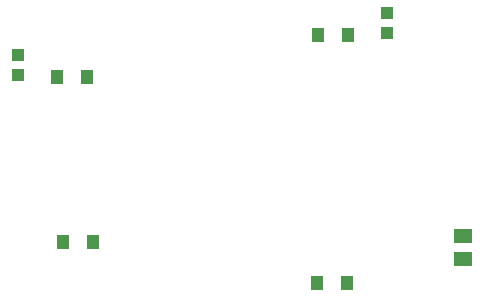
<source format=gtp>
G75*
%MOIN*%
%OFA0B0*%
%FSLAX25Y25*%
%IPPOS*%
%LPD*%
%AMOC8*
5,1,8,0,0,1.08239X$1,22.5*
%
%ADD10R,0.05906X0.05118*%
%ADD11R,0.04300X0.05000*%
%ADD12R,0.04331X0.03937*%
D10*
X0223795Y0037616D03*
X0223795Y0045096D03*
D11*
X0090595Y0043256D03*
X0100595Y0043256D03*
X0175095Y0029456D03*
X0185095Y0029456D03*
X0098595Y0098256D03*
X0088595Y0098256D03*
X0175595Y0112256D03*
X0185595Y0112256D03*
D12*
X0198595Y0112909D03*
X0198595Y0119602D03*
X0075595Y0105602D03*
X0075595Y0098909D03*
M02*

</source>
